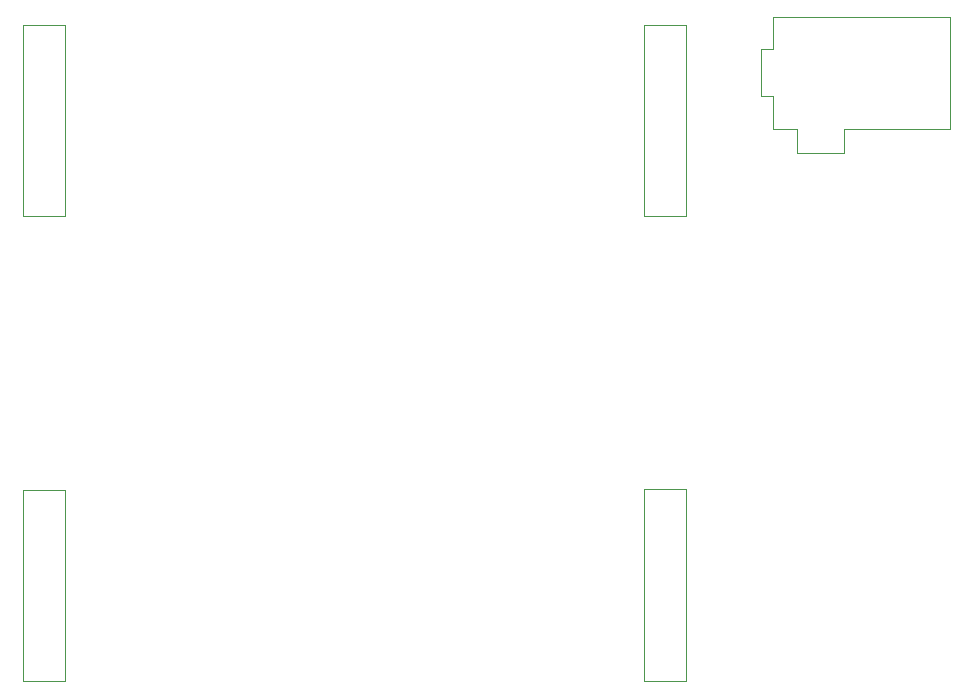
<source format=gbr>
G04 #@! TF.FileFunction,Other,User*
%FSLAX46Y46*%
G04 Gerber Fmt 4.6, Leading zero omitted, Abs format (unit mm)*
G04 Created by KiCad (PCBNEW 4.0.4-stable) date 12/10/17 00:47:25*
%MOMM*%
%LPD*%
G01*
G04 APERTURE LIST*
%ADD10C,0.250000*%
%ADD11C,0.050000*%
G04 APERTURE END LIST*
D10*
D11*
X119375000Y-102925000D02*
X115875000Y-102925000D01*
X119375000Y-86725000D02*
X115875000Y-86725000D01*
X119375000Y-102925000D02*
X119375000Y-86725000D01*
X115875000Y-102925000D02*
X115875000Y-86725000D01*
X119375000Y-142300000D02*
X115875000Y-142300000D01*
X119375000Y-126100000D02*
X115875000Y-126100000D01*
X119375000Y-142300000D02*
X119375000Y-126100000D01*
X115875000Y-142300000D02*
X115875000Y-126100000D01*
X171950000Y-102925000D02*
X168450000Y-102925000D01*
X171950000Y-86725000D02*
X168450000Y-86725000D01*
X171950000Y-102925000D02*
X171950000Y-86725000D01*
X168450000Y-102925000D02*
X168450000Y-86725000D01*
X171950000Y-142275000D02*
X168450000Y-142275000D01*
X171950000Y-126075000D02*
X168450000Y-126075000D01*
X171950000Y-142275000D02*
X171950000Y-126075000D01*
X168450000Y-142275000D02*
X168450000Y-126075000D01*
X179340000Y-86305000D02*
X179340000Y-86055000D01*
X179340000Y-86055000D02*
X194340000Y-86055000D01*
X179340000Y-86305000D02*
X179340000Y-88805000D01*
X179340000Y-88805000D02*
X178340000Y-88805000D01*
X178340000Y-88805000D02*
X178340000Y-92805000D01*
X178340000Y-92805000D02*
X179340000Y-92805000D01*
X179340000Y-92805000D02*
X179340000Y-95555000D01*
X179340000Y-95555000D02*
X181340000Y-95555000D01*
X181340000Y-95555000D02*
X181340000Y-97555000D01*
X181340000Y-97555000D02*
X185340000Y-97555000D01*
X185340000Y-97555000D02*
X185340000Y-95555000D01*
X185340000Y-95555000D02*
X194340000Y-95555000D01*
X194340000Y-95555000D02*
X194340000Y-86055000D01*
M02*

</source>
